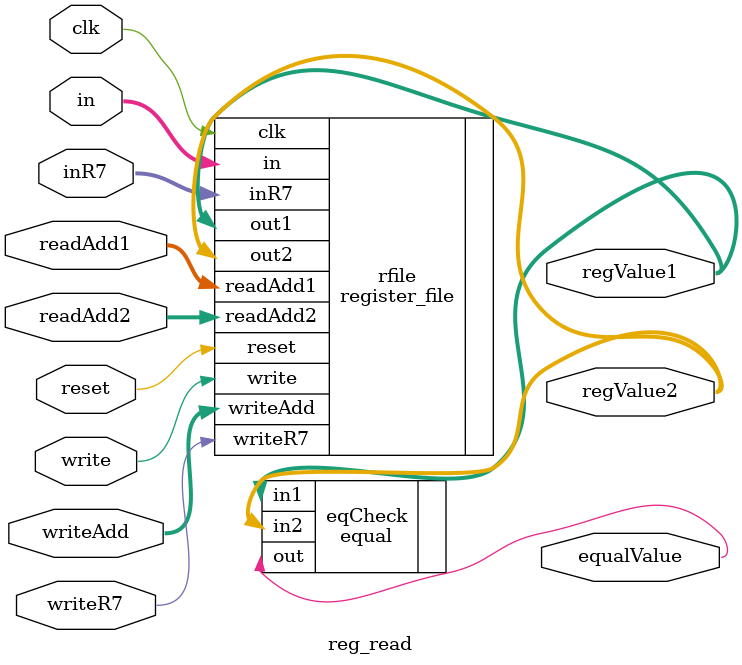
<source format=v>
module reg_read(in, readAdd1, readAdd2, regValue1, regValue2, equalValue, write, writeAdd, writeR7, inR7, clk, reset);

	output [15:0] regValue1, regValue2;
	output 	      equalValue;
	input  [15:0] in, inR7;
	input  [2:0]  readAdd1, readAdd2, writeAdd;
	input	      write, writeR7, clk, reset;
	
	register_file rfile(.clk(clk), .out1(regValue1), .out2(regValue2), .readAdd1(readAdd1), .readAdd2(readAdd2), .write(write), .writeAdd(writeAdd), .writeR7(writeR7), .inR7(inR7), .in(in), .reset(reset));
	equal eqCheck(.in1(regValue1), .in2(regValue2), .out(equalValue));

endmodule


</source>
